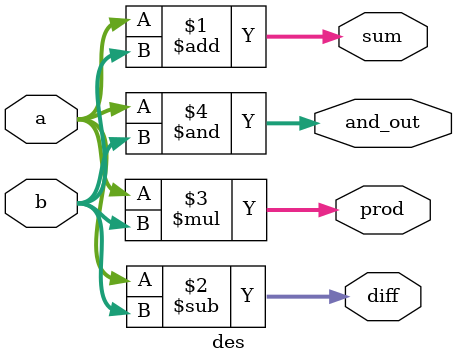
<source format=sv>
module des(
  input logic[7:0] a,
  input logic[7:0] b,
  output logic[7:0] sum,
  output logic[7:0] diff,
  output logic[7:0] prod,
  output logic[7:0] and_out);
  
  assign sum=a+b;
  assign diff=a-b;
  assign prod=a*b;
  assign and_out=a&b;
  
endmodule

</source>
